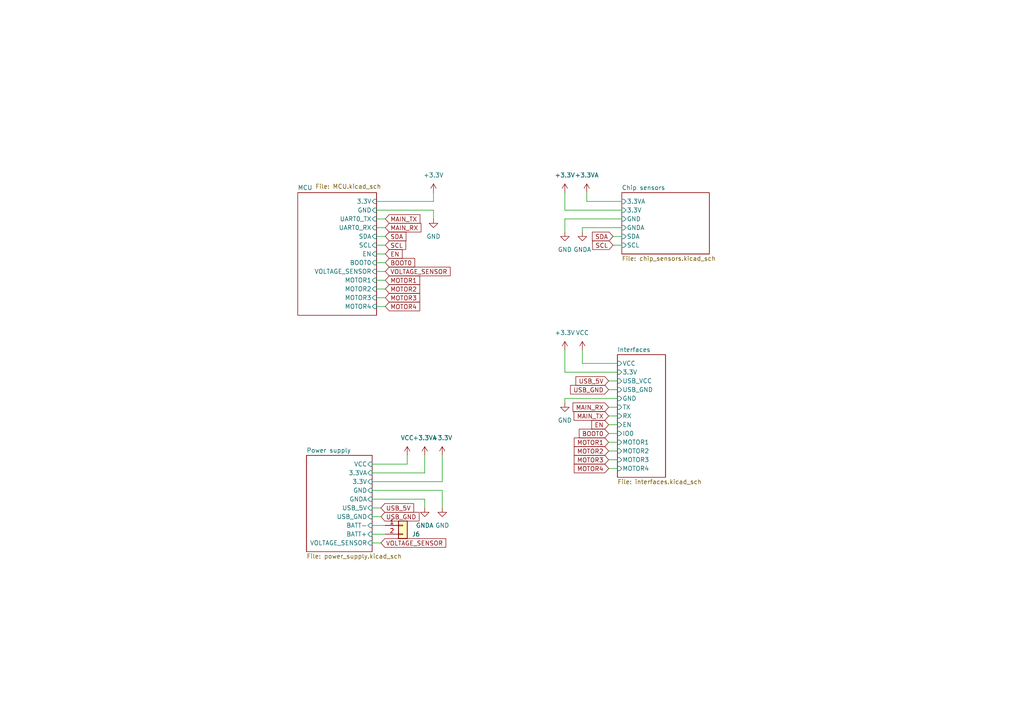
<source format=kicad_sch>
(kicad_sch (version 20211123) (generator eeschema)
  (paper "A4")
  (lib_symbols
    (symbol "Connector_Generic:Conn_01x02" (pin_names (offset 1.016) hide)
      (property "Reference" "J" (at 0 2.54 0))
      (property "Value" "Conn_01x02" (at 0 -5.08 0))
      (symbol "Conn_01x02_1_1"
        (rectangle (start -1.27 -2.413) (end 0 -2.667) (stroke (width 0.1524)))
        (rectangle (start -1.27 0.127) (end 0 -0.127) (stroke (width 0.1524)))
        (rectangle (start -1.27 1.27) (end 1.27 -3.81) (stroke (width 0.254)) (fill (type background)))
        (pin passive line (at -5.08 0 0) (length 3.81) (name "Pin_1") (number "1"))
        (pin passive line (at -5.08 -2.54 0) (length 3.81) (name "Pin_2") (number "2"))
      )
    )
    (symbol "power:+3.3V" (power) (pin_names (offset 0))
      (property "Value" "+3.3V" (at 0 3.556 0))
      (symbol "+3.3V_0_1"
        (polyline (pts (xy -0.762 1.27) (xy 0 2.54)))
        (polyline (pts (xy 0 0) (xy 0 2.54)))
        (polyline (pts (xy 0 2.54) (xy 0.762 1.27)))
      )
      (symbol "+3.3V_1_1"
        (pin power_in line (at 0 0 90) (length 0) hide (name "+3.3V") (number "1"))
      )
    )
    (symbol "power:+3.3VA" (power) (pin_names (offset 0))
      (property "Value" "+3.3VA" (at 0 3.556 0))
      (symbol "+3.3VA_0_1"
        (polyline (pts (xy -0.762 1.27) (xy 0 2.54)))
        (polyline (pts (xy 0 0) (xy 0 2.54)))
        (polyline (pts (xy 0 2.54) (xy 0.762 1.27)))
      )
      (symbol "+3.3VA_1_1"
        (pin power_in line (at 0 0 90) (length 0) hide (name "+3.3VA") (number "1"))
      )
    )
    (symbol "power:GND" (power) (pin_names (offset 0))
      (property "Value" "GND" (at 0 -3.81 0))
      (symbol "GND_0_1"
        (polyline (pts (xy 0 0) (xy 0 -1.27) (xy 1.27 -1.27) (xy 0 -2.54) (xy -1.27 -1.27) (xy 0 -1.27)))
      )
      (symbol "GND_1_1"
        (pin power_in line (at 0 0 270) (length 0) hide (name "GND") (number "1"))
      )
    )
    (symbol "power:GNDA" (power) (pin_names (offset 0))
      (property "Value" "GNDA" (at 0 -3.81 0))
      (symbol "GNDA_0_1"
        (polyline (pts (xy 0 0) (xy 0 -1.27) (xy 1.27 -1.27) (xy 0 -2.54) (xy -1.27 -1.27) (xy 0 -1.27)))
      )
      (symbol "GNDA_1_1"
        (pin power_in line (at 0 0 270) (length 0) hide (name "GNDA") (number "1"))
      )
    )
    (symbol "power:VCC" (power) (pin_names (offset 0))
      (property "Value" "VCC" (at 0 3.81 0))
      (symbol "VCC_0_1"
        (polyline (pts (xy -0.762 1.27) (xy 0 2.54)))
        (polyline (pts (xy 0 0) (xy 0 2.54)))
        (polyline (pts (xy 0 2.54) (xy 0.762 1.27)))
      )
      (symbol "VCC_1_1"
        (pin power_in line (at 0 0 90) (length 0) hide (name "VCC") (number "1"))
      )
    )
  )
  (wire (pts (xy 125.73 60.96) (xy 125.73 63.5)))
  (wire (pts (xy 111.76 81.28) (xy 109.22 81.28)))
  (wire (pts (xy 107.95 137.16) (xy 123.19 137.16)))
  (wire (pts (xy 163.83 107.95) (xy 179.07 107.95)))
  (wire (pts (xy 128.27 139.7) (xy 128.27 132.08)))
  (wire (pts (xy 180.34 63.5) (xy 163.83 63.5)))
  (wire (pts (xy 180.34 58.42) (xy 170.18 58.42)))
  (wire (pts (xy 176.53 123.19) (xy 179.07 123.19)))
  (wire (pts (xy 170.18 58.42) (xy 170.18 55.88)))
  (wire (pts (xy 163.83 63.5) (xy 163.83 67.31)))
  (wire (pts (xy 177.8 71.12) (xy 180.34 71.12)))
  (wire (pts (xy 109.22 76.2) (xy 111.76 76.2)))
  (wire (pts (xy 107.95 149.86) (xy 110.49 149.86)))
  (wire (pts (xy 163.83 115.57) (xy 179.07 115.57)))
  (wire (pts (xy 107.95 157.48) (xy 110.49 157.48)))
  (wire (pts (xy 168.91 67.31) (xy 168.91 66.04)))
  (wire (pts (xy 176.53 120.65) (xy 179.07 120.65)))
  (wire (pts (xy 107.95 139.7) (xy 128.27 139.7)))
  (wire (pts (xy 176.53 125.73) (xy 179.07 125.73)))
  (wire (pts (xy 163.83 55.88) (xy 163.83 60.96)))
  (wire (pts (xy 176.53 133.35) (xy 179.07 133.35)))
  (wire (pts (xy 107.95 134.62) (xy 118.11 134.62)))
  (wire (pts (xy 125.73 60.96) (xy 109.22 60.96)))
  (wire (pts (xy 163.83 116.84) (xy 163.83 115.57)))
  (wire (pts (xy 109.22 66.04) (xy 111.76 66.04)))
  (wire (pts (xy 111.76 86.36) (xy 109.22 86.36)))
  (wire (pts (xy 176.53 110.49) (xy 179.07 110.49)))
  (wire (pts (xy 176.53 135.89) (xy 179.07 135.89)))
  (wire (pts (xy 111.76 88.9) (xy 109.22 88.9)))
  (wire (pts (xy 125.73 55.88) (xy 125.73 58.42)))
  (wire (pts (xy 107.95 147.32) (xy 110.49 147.32)))
  (wire (pts (xy 109.22 71.12) (xy 111.76 71.12)))
  (wire (pts (xy 109.22 68.58) (xy 111.76 68.58)))
  (wire (pts (xy 123.19 144.78) (xy 123.19 147.32)))
  (wire (pts (xy 109.22 58.42) (xy 125.73 58.42)))
  (wire (pts (xy 109.22 73.66) (xy 111.76 73.66)))
  (wire (pts (xy 107.95 154.94) (xy 111.76 154.94)))
  (wire (pts (xy 111.76 78.74) (xy 109.22 78.74)))
  (wire (pts (xy 176.53 113.03) (xy 179.07 113.03)))
  (wire (pts (xy 176.53 130.81) (xy 179.07 130.81)))
  (wire (pts (xy 176.53 118.11) (xy 179.07 118.11)))
  (wire (pts (xy 128.27 142.24) (xy 128.27 147.32)))
  (wire (pts (xy 111.76 83.82) (xy 109.22 83.82)))
  (wire (pts (xy 163.83 60.96) (xy 180.34 60.96)))
  (wire (pts (xy 163.83 101.6) (xy 163.83 107.95)))
  (wire (pts (xy 168.91 101.6) (xy 168.91 105.41)))
  (wire (pts (xy 118.11 132.08) (xy 118.11 134.62)))
  (wire (pts (xy 107.95 152.4) (xy 111.76 152.4)))
  (wire (pts (xy 107.95 144.78) (xy 123.19 144.78)))
  (wire (pts (xy 176.53 128.27) (xy 179.07 128.27)))
  (wire (pts (xy 168.91 105.41) (xy 179.07 105.41)))
  (wire (pts (xy 177.8 68.58) (xy 180.34 68.58)))
  (wire (pts (xy 109.22 63.5) (xy 111.76 63.5)))
  (wire (pts (xy 123.19 137.16) (xy 123.19 132.08)))
  (wire (pts (xy 107.95 142.24) (xy 128.27 142.24)))
  (wire (pts (xy 168.91 66.04) (xy 180.34 66.04)))
  (global_label "USB_GND" (shape input) (at 110.49 149.86 0) (property "Обозначения листов" "${INTERSHEET_REFS}" (effects hide)))
  (global_label "VOLTAGE_SENSOR" (shape input) (at 111.76 78.74 0) (property "Обозначения листов" "${INTERSHEET_REFS}" (effects hide)))
  (global_label "USB_5V" (shape input) (at 110.49 147.32 0) (property "Обозначения листов" "${INTERSHEET_REFS}" (effects hide)))
  (global_label "VOLTAGE_SENSOR" (shape input) (at 110.49 157.48 0) (property "Обозначения листов" "${INTERSHEET_REFS}" (effects hide)))
  (global_label "MOTOR3" (shape input) (at 176.53 133.35 180) (property "Обозначения листов" "${INTERSHEET_REFS}" (effects hide)))
  (global_label "USB_5V" (shape input) (at 176.53 110.49 180) (property "Обозначения листов" "${INTERSHEET_REFS}" (effects hide)))
  (global_label "USB_GND" (shape input) (at 176.53 113.03 180) (property "Обозначения листов" "${INTERSHEET_REFS}" (effects hide)))
  (global_label "MOTOR2" (shape input) (at 176.53 130.81 180) (property "Обозначения листов" "${INTERSHEET_REFS}" (effects hide)))
  (global_label "MOTOR1" (shape input) (at 176.53 128.27 180) (property "Обозначения листов" "${INTERSHEET_REFS}" (effects hide)))
  (global_label "BOOT0" (shape input) (at 176.53 125.73 180) (property "Обозначения листов" "${INTERSHEET_REFS}" (effects hide)))
  (global_label "SCL" (shape input) (at 177.8 71.12 180) (property "Обозначения листов" "${INTERSHEET_REFS}" (effects hide)))
  (global_label "MAIN_TX" (shape input) (at 111.76 63.5 0) (property "Обозначения листов" "${INTERSHEET_REFS}" (effects hide)))
  (global_label "MOTOR2" (shape input) (at 111.76 83.82 0) (property "Обозначения листов" "${INTERSHEET_REFS}" (effects hide)))
  (global_label "MAIN_RX" (shape input) (at 111.76 66.04 0) (property "Обозначения листов" "${INTERSHEET_REFS}" (effects hide)))
  (global_label "SDA" (shape input) (at 177.8 68.58 180) (property "Обозначения листов" "${INTERSHEET_REFS}" (effects hide)))
  (global_label "MOTOR1" (shape input) (at 111.76 81.28 0) (property "Обозначения листов" "${INTERSHEET_REFS}" (effects hide)))
  (global_label "MOTOR3" (shape input) (at 111.76 86.36 0) (property "Обозначения листов" "${INTERSHEET_REFS}" (effects hide)))
  (global_label "MAIN_RX" (shape input) (at 176.53 118.11 180) (property "Обозначения листов" "${INTERSHEET_REFS}" (effects hide)))
  (global_label "MOTOR4" (shape input) (at 176.53 135.89 180) (property "Обозначения листов" "${INTERSHEET_REFS}" (effects hide)))
  (global_label "MAIN_TX" (shape input) (at 176.53 120.65 180) (property "Обозначения листов" "${INTERSHEET_REFS}" (effects hide)))
  (global_label "BOOT0" (shape input) (at 111.76 76.2 0) (property "Обозначения листов" "${INTERSHEET_REFS}" (effects hide)))
  (global_label "EN" (shape input) (at 111.76 73.66 0) (property "Обозначения листов" "${INTERSHEET_REFS}" (effects hide)))
  (global_label "SCL" (shape input) (at 111.76 71.12 0) (property "Обозначения листов" "${INTERSHEET_REFS}" (effects hide)))
  (global_label "MOTOR4" (shape input) (at 111.76 88.9 0) (property "Обозначения листов" "${INTERSHEET_REFS}" (effects hide)))
  (global_label "EN" (shape input) (at 176.53 123.19 180) (property "Обозначения листов" "${INTERSHEET_REFS}" (effects hide)))
  (global_label "SDA" (shape input) (at 111.76 68.58 0) (property "Обозначения листов" "${INTERSHEET_REFS}" (effects hide)))
  (symbol (lib_id "power:+3.3V") (at 128.27 132.08 0) (unit 1)
    (property "Reference" "#PWR0164" (effects hide))
    (property "Value" "+3.3V" (at 128.27 127 0))
  )
  (symbol (lib_id "power:+3.3V") (at 163.83 55.88 0) (unit 1)
    (property "Reference" "#PWR0116" (effects hide))
    (property "Value" "+3.3V" (at 163.83 50.8 0))
  )
  (symbol (lib_id "power:GND") (at 163.83 67.31 0) (unit 1)
    (property "Reference" "#PWR0115" (effects hide))
    (property "Value" "GND" (at 163.83 72.39 0))
  )
  (symbol (lib_id "Connector_Generic:Conn_01x02") (at 116.84 152.4 0) (unit 1)
    (property "Reference" "J6" (at 120.65 154.94 0))
    (property "Value" "Conn_01x02" (effects hide))
    (property "Footprint" "Connector_PinHeader_2.54mm:PinHeader_1x02_P2.54mm_Vertical" (effects hide))
  )
  (symbol (lib_id "power:GND") (at 163.83 116.84 0) (unit 1)
    (property "Reference" "#PWR0109" (effects hide))
    (property "Value" "GND" (at 163.83 121.92 0))
  )
  (symbol (lib_id "power:GNDA") (at 123.19 147.32 0) (unit 1)
    (property "Reference" "#PWR0166" (effects hide))
    (property "Value" "GNDA" (at 123.19 152.4 0))
  )
  (symbol (lib_id "power:GND") (at 125.73 63.5 0) (unit 1)
    (property "Reference" "#PWR0111" (effects hide))
    (property "Value" "GND" (at 125.73 68.58 0))
  )
  (symbol (lib_id "power:+3.3V") (at 163.83 101.6 0) (unit 1)
    (property "Reference" "#PWR0108" (effects hide))
    (property "Value" "+3.3V" (at 163.83 96.52 0))
  )
  (symbol (lib_id "power:GNDA") (at 168.91 67.31 0) (unit 1)
    (property "Reference" "#PWR0118" (effects hide))
    (property "Value" "GNDA" (at 168.91 72.39 0))
  )
  (symbol (lib_id "power:VCC") (at 118.11 132.08 0) (unit 1)
    (property "Reference" "#PWR0186" (effects hide))
    (property "Value" "VCC" (at 118.11 127 0))
  )
  (symbol (lib_id "power:GND") (at 128.27 147.32 0) (unit 1)
    (property "Reference" "#PWR0167" (effects hide))
    (property "Value" "GND" (at 128.27 152.4 0))
  )
  (symbol (lib_id "power:+3.3V") (at 125.73 55.88 0) (unit 1)
    (property "Reference" "#PWR0114" (effects hide))
    (property "Value" "+3.3V" (at 125.73 50.8 0))
  )
  (symbol (lib_id "power:+3.3VA") (at 170.18 55.88 0) (unit 1)
    (property "Reference" "#PWR0117" (effects hide))
    (property "Value" "+3.3VA" (at 170.18 50.8 0))
  )
  (symbol (lib_id "power:VCC") (at 168.91 101.6 0) (unit 1)
    (property "Reference" "#PWR0187" (effects hide))
    (property "Value" "VCC" (at 168.91 96.52 0))
  )
  (symbol (lib_id "power:+3.3VA") (at 123.19 132.08 0) (unit 1)
    (property "Reference" "#PWR0165" (effects hide))
    (property "Value" "+3.3VA" (at 123.19 127 0))
  )
  (sheet (at 86.36 55.88) (size 22.86 35.56) (stroke (width 0.1524))
    (property "Sheet name" "MCU" (at 86.36 55.1684 0) (effects (justify left bottom)))
    (property "Sheet file" "MCU.kicad_sch" (at 91.44 53.34 0) (effects (justify left top)))
    (pin "UART0_RX" input (at 109.22 66.04 0))
    (pin "UART0_TX" input (at 109.22 63.5 0))
    (pin "SDA" input (at 109.22 68.58 0))
    (pin "SCL" input (at 109.22 71.12 0))
    (pin "GND" input (at 109.22 60.96 0))
    (pin "3.3V" input (at 109.22 58.42 0))
    (pin "EN" input (at 109.22 73.66 0))
    (pin "BOOT0" input (at 109.22 76.2 0))
    (pin "VOLTAGE_SENSOR" input (at 109.22 78.74 0))
    (pin "MOTOR1" input (at 109.22 81.28 0))
    (pin "MOTOR2" input (at 109.22 83.82 0))
    (pin "MOTOR4" input (at 109.22 88.9 0))
    (pin "MOTOR3" input (at 109.22 86.36 0))
  )
  (sheet (at 180.34 55.88) (size 25.4 17.78) (stroke (width 0.1524))
    (property "Sheet name" "Chip sensors" (at 180.34 55.1684 0) (effects (justify left bottom)))
    (property "Sheet file" "chip_sensors.kicad_sch" (at 180.34 74.2446 0) (effects (justify left top)))
    (pin "SDA" input (at 180.34 68.58 180))
    (pin "SCL" input (at 180.34 71.12 180))
    (pin "3.3VA" input (at 180.34 58.42 180))
    (pin "3.3V" input (at 180.34 60.96 180))
    (pin "GND" input (at 180.34 63.5 180))
    (pin "GNDA" input (at 180.34 66.04 180))
  )
  (sheet (at 88.9 132.08) (size 19.05 27.94) (stroke (width 0.1524))
    (property "Sheet name" "Power supply" (at 88.9 131.3684 0) (effects (justify left bottom)))
    (property "Sheet file" "power_supply.kicad_sch" (at 88.9 160.6046 0) (effects (justify left top)))
    (pin "USB_5V" input (at 107.95 147.32 0))
    (pin "USB_GND" input (at 107.95 149.86 0))
    (pin "3.3V" input (at 107.95 139.7 0))
    (pin "GND" input (at 107.95 142.24 0))
    (pin "GNDA" input (at 107.95 144.78 0))
    (pin "3.3VA" input (at 107.95 137.16 0))
    (pin "BATT+" input (at 107.95 154.94 0))
    (pin "BATT-" input (at 107.95 152.4 0))
    (pin "VCC" input (at 107.95 134.62 0))
    (pin "VOLTAGE_SENSOR" input (at 107.95 157.48 0))
  )
  (sheet (at 179.07 102.87) (size 13.97 35.56) (stroke (width 0.1524))
    (property "Sheet name" "Interfaces" (at 179.07 102.1584 0) (effects (justify left bottom)))
    (property "Sheet file" "interfaces.kicad_sch" (at 179.07 139.0146 0) (effects (justify left top)))
    (pin "GND" input (at 179.07 115.57 180))
    (pin "TX" input (at 179.07 118.11 180))
    (pin "RX" input (at 179.07 120.65 180))
    (pin "EN" input (at 179.07 123.19 180))
    (pin "3.3V" input (at 179.07 107.95 180))
    (pin "USB_GND" input (at 179.07 113.03 180))
    (pin "USB_VCC" input (at 179.07 110.49 180))
    (pin "IO0" input (at 179.07 125.73 180))
    (pin "MOTOR4" input (at 179.07 135.89 180))
    (pin "MOTOR3" input (at 179.07 133.35 180))
    (pin "MOTOR2" input (at 179.07 130.81 180))
    (pin "MOTOR1" input (at 179.07 128.27 180))
    (pin "VCC" input (at 179.07 105.41 180))
  )
)
</source>
